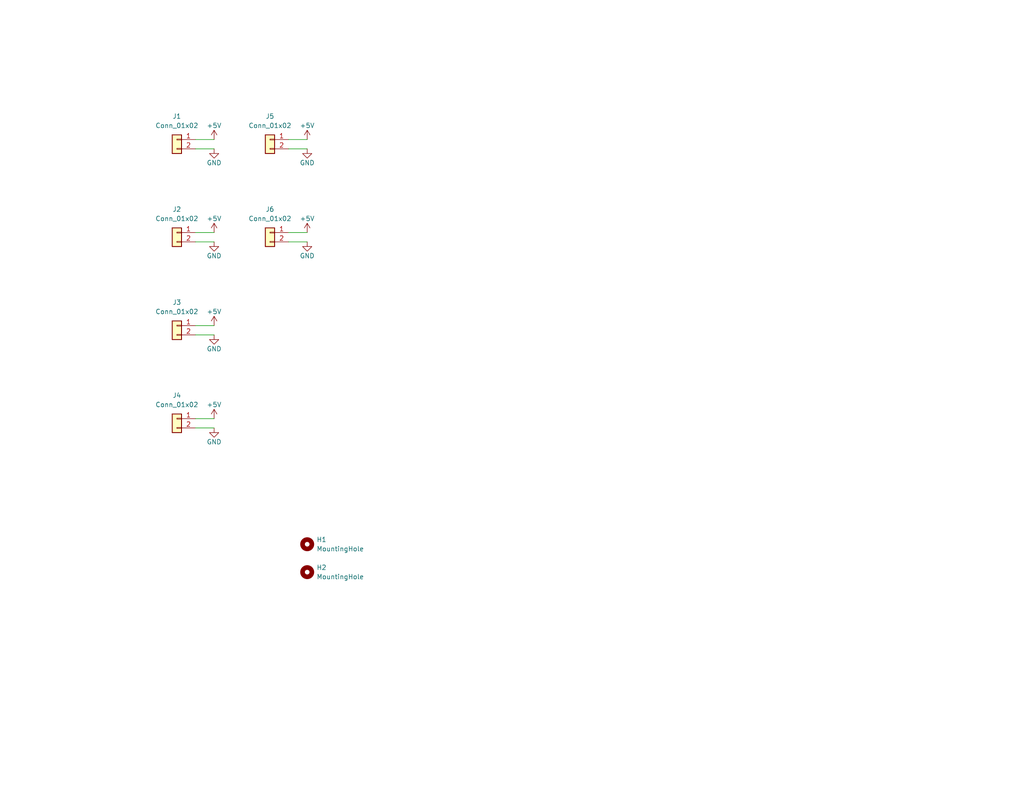
<source format=kicad_sch>
(kicad_sch (version 20211123) (generator eeschema)

  (uuid e5eacc16-9c86-4399-9355-79a3b63a0e62)

  (paper "USLetter")

  (lib_symbols
    (symbol "Connector_Generic:Conn_01x02" (pin_names (offset 1.016) hide) (in_bom yes) (on_board yes)
      (property "Reference" "J" (id 0) (at 0 2.54 0)
        (effects (font (size 1.27 1.27)))
      )
      (property "Value" "Conn_01x02" (id 1) (at 0 -5.08 0)
        (effects (font (size 1.27 1.27)))
      )
      (property "Footprint" "" (id 2) (at 0 0 0)
        (effects (font (size 1.27 1.27)) hide)
      )
      (property "Datasheet" "~" (id 3) (at 0 0 0)
        (effects (font (size 1.27 1.27)) hide)
      )
      (property "ki_keywords" "connector" (id 4) (at 0 0 0)
        (effects (font (size 1.27 1.27)) hide)
      )
      (property "ki_description" "Generic connector, single row, 01x02, script generated (kicad-library-utils/schlib/autogen/connector/)" (id 5) (at 0 0 0)
        (effects (font (size 1.27 1.27)) hide)
      )
      (property "ki_fp_filters" "Connector*:*_1x??_*" (id 6) (at 0 0 0)
        (effects (font (size 1.27 1.27)) hide)
      )
      (symbol "Conn_01x02_1_1"
        (rectangle (start -1.27 -2.413) (end 0 -2.667)
          (stroke (width 0.1524) (type default) (color 0 0 0 0))
          (fill (type none))
        )
        (rectangle (start -1.27 0.127) (end 0 -0.127)
          (stroke (width 0.1524) (type default) (color 0 0 0 0))
          (fill (type none))
        )
        (rectangle (start -1.27 1.27) (end 1.27 -3.81)
          (stroke (width 0.254) (type default) (color 0 0 0 0))
          (fill (type background))
        )
        (pin passive line (at -5.08 0 0) (length 3.81)
          (name "Pin_1" (effects (font (size 1.27 1.27))))
          (number "1" (effects (font (size 1.27 1.27))))
        )
        (pin passive line (at -5.08 -2.54 0) (length 3.81)
          (name "Pin_2" (effects (font (size 1.27 1.27))))
          (number "2" (effects (font (size 1.27 1.27))))
        )
      )
    )
    (symbol "Mechanical:MountingHole" (pin_names (offset 1.016)) (in_bom yes) (on_board yes)
      (property "Reference" "H" (id 0) (at 0 5.08 0)
        (effects (font (size 1.27 1.27)))
      )
      (property "Value" "MountingHole" (id 1) (at 0 3.175 0)
        (effects (font (size 1.27 1.27)))
      )
      (property "Footprint" "" (id 2) (at 0 0 0)
        (effects (font (size 1.27 1.27)) hide)
      )
      (property "Datasheet" "~" (id 3) (at 0 0 0)
        (effects (font (size 1.27 1.27)) hide)
      )
      (property "ki_keywords" "mounting hole" (id 4) (at 0 0 0)
        (effects (font (size 1.27 1.27)) hide)
      )
      (property "ki_description" "Mounting Hole without connection" (id 5) (at 0 0 0)
        (effects (font (size 1.27 1.27)) hide)
      )
      (property "ki_fp_filters" "MountingHole*" (id 6) (at 0 0 0)
        (effects (font (size 1.27 1.27)) hide)
      )
      (symbol "MountingHole_0_1"
        (circle (center 0 0) (radius 1.27)
          (stroke (width 1.27) (type default) (color 0 0 0 0))
          (fill (type none))
        )
      )
    )
    (symbol "power:+5V" (power) (pin_names (offset 0)) (in_bom yes) (on_board yes)
      (property "Reference" "#PWR" (id 0) (at 0 -3.81 0)
        (effects (font (size 1.27 1.27)) hide)
      )
      (property "Value" "+5V" (id 1) (at 0 3.556 0)
        (effects (font (size 1.27 1.27)))
      )
      (property "Footprint" "" (id 2) (at 0 0 0)
        (effects (font (size 1.27 1.27)) hide)
      )
      (property "Datasheet" "" (id 3) (at 0 0 0)
        (effects (font (size 1.27 1.27)) hide)
      )
      (property "ki_keywords" "power-flag" (id 4) (at 0 0 0)
        (effects (font (size 1.27 1.27)) hide)
      )
      (property "ki_description" "Power symbol creates a global label with name \"+5V\"" (id 5) (at 0 0 0)
        (effects (font (size 1.27 1.27)) hide)
      )
      (symbol "+5V_0_1"
        (polyline
          (pts
            (xy -0.762 1.27)
            (xy 0 2.54)
          )
          (stroke (width 0) (type default) (color 0 0 0 0))
          (fill (type none))
        )
        (polyline
          (pts
            (xy 0 0)
            (xy 0 2.54)
          )
          (stroke (width 0) (type default) (color 0 0 0 0))
          (fill (type none))
        )
        (polyline
          (pts
            (xy 0 2.54)
            (xy 0.762 1.27)
          )
          (stroke (width 0) (type default) (color 0 0 0 0))
          (fill (type none))
        )
      )
      (symbol "+5V_1_1"
        (pin power_in line (at 0 0 90) (length 0) hide
          (name "+5V" (effects (font (size 1.27 1.27))))
          (number "1" (effects (font (size 1.27 1.27))))
        )
      )
    )
    (symbol "power:GND" (power) (pin_names (offset 0)) (in_bom yes) (on_board yes)
      (property "Reference" "#PWR" (id 0) (at 0 -6.35 0)
        (effects (font (size 1.27 1.27)) hide)
      )
      (property "Value" "GND" (id 1) (at 0 -3.81 0)
        (effects (font (size 1.27 1.27)))
      )
      (property "Footprint" "" (id 2) (at 0 0 0)
        (effects (font (size 1.27 1.27)) hide)
      )
      (property "Datasheet" "" (id 3) (at 0 0 0)
        (effects (font (size 1.27 1.27)) hide)
      )
      (property "ki_keywords" "power-flag" (id 4) (at 0 0 0)
        (effects (font (size 1.27 1.27)) hide)
      )
      (property "ki_description" "Power symbol creates a global label with name \"GND\" , ground" (id 5) (at 0 0 0)
        (effects (font (size 1.27 1.27)) hide)
      )
      (symbol "GND_0_1"
        (polyline
          (pts
            (xy 0 0)
            (xy 0 -1.27)
            (xy 1.27 -1.27)
            (xy 0 -2.54)
            (xy -1.27 -1.27)
            (xy 0 -1.27)
          )
          (stroke (width 0) (type default) (color 0 0 0 0))
          (fill (type none))
        )
      )
      (symbol "GND_1_1"
        (pin power_in line (at 0 0 270) (length 0) hide
          (name "GND" (effects (font (size 1.27 1.27))))
          (number "1" (effects (font (size 1.27 1.27))))
        )
      )
    )
  )


  (wire (pts (xy 53.34 114.3) (xy 58.42 114.3))
    (stroke (width 0) (type default) (color 0 0 0 0))
    (uuid 0c80c785-449a-4cc0-a2e1-c8bb180e2027)
  )
  (wire (pts (xy 53.34 63.5) (xy 58.42 63.5))
    (stroke (width 0) (type default) (color 0 0 0 0))
    (uuid 0e8526f1-505e-46a1-81f4-28ac00cb1ebb)
  )
  (wire (pts (xy 78.74 38.1) (xy 83.82 38.1))
    (stroke (width 0) (type default) (color 0 0 0 0))
    (uuid 1b8aedde-f429-41f9-852d-510926a63c8b)
  )
  (wire (pts (xy 53.34 91.44) (xy 58.42 91.44))
    (stroke (width 0) (type default) (color 0 0 0 0))
    (uuid 356b1195-788c-4fb5-93a0-f68e67da59ff)
  )
  (wire (pts (xy 53.34 66.04) (xy 58.42 66.04))
    (stroke (width 0) (type default) (color 0 0 0 0))
    (uuid 43d41918-fccf-4f3b-82f9-c981256b70bd)
  )
  (wire (pts (xy 78.74 63.5) (xy 83.82 63.5))
    (stroke (width 0) (type default) (color 0 0 0 0))
    (uuid 6faa52ff-c10d-468e-be20-91d06249149a)
  )
  (wire (pts (xy 78.74 40.64) (xy 83.82 40.64))
    (stroke (width 0) (type default) (color 0 0 0 0))
    (uuid 860a7cb0-5e50-4b61-8340-e2d02c00bcf5)
  )
  (wire (pts (xy 78.74 66.04) (xy 83.82 66.04))
    (stroke (width 0) (type default) (color 0 0 0 0))
    (uuid 8e00434a-9545-4b66-8b5b-a06b73e0ebf1)
  )
  (wire (pts (xy 53.34 116.84) (xy 58.42 116.84))
    (stroke (width 0) (type default) (color 0 0 0 0))
    (uuid 933c7834-edd6-4042-bb05-eae15e2b4b0d)
  )
  (wire (pts (xy 53.34 38.1) (xy 58.42 38.1))
    (stroke (width 0) (type default) (color 0 0 0 0))
    (uuid d69e4cc9-79e7-47d3-97e8-7d256756c219)
  )
  (wire (pts (xy 53.34 40.64) (xy 58.42 40.64))
    (stroke (width 0) (type default) (color 0 0 0 0))
    (uuid e6ea3e86-5f89-4e55-8577-ecac0e5a87c4)
  )
  (wire (pts (xy 53.34 88.9) (xy 58.42 88.9))
    (stroke (width 0) (type default) (color 0 0 0 0))
    (uuid ffb6b7ea-c92d-44e2-9a3c-2e01f05402f6)
  )

  (symbol (lib_id "power:+5V") (at 83.82 38.1 0) (unit 1)
    (in_bom yes) (on_board yes)
    (uuid 0d031ae4-f23d-4b7b-8717-8b6a02b72151)
    (property "Reference" "#PWR09" (id 0) (at 83.82 41.91 0)
      (effects (font (size 1.27 1.27)) hide)
    )
    (property "Value" "+5V" (id 1) (at 83.82 34.29 0))
    (property "Footprint" "" (id 2) (at 83.82 38.1 0)
      (effects (font (size 1.27 1.27)) hide)
    )
    (property "Datasheet" "" (id 3) (at 83.82 38.1 0)
      (effects (font (size 1.27 1.27)) hide)
    )
    (pin "1" (uuid e7faf2b4-c3c0-4c97-b437-dfe277f5b073))
  )

  (symbol (lib_id "Mechanical:MountingHole") (at 83.82 156.21 0) (unit 1)
    (in_bom yes) (on_board yes) (fields_autoplaced)
    (uuid 1681c095-4510-4590-900e-50abda409bdf)
    (property "Reference" "H2" (id 0) (at 86.36 154.9399 0)
      (effects (font (size 1.27 1.27)) (justify left))
    )
    (property "Value" "MountingHole" (id 1) (at 86.36 157.4799 0)
      (effects (font (size 1.27 1.27)) (justify left))
    )
    (property "Footprint" "MountingHole:MountingHole_3.2mm_M3" (id 2) (at 83.82 156.21 0)
      (effects (font (size 1.27 1.27)) hide)
    )
    (property "Datasheet" "~" (id 3) (at 83.82 156.21 0)
      (effects (font (size 1.27 1.27)) hide)
    )
  )

  (symbol (lib_id "Connector_Generic:Conn_01x02") (at 48.26 114.3 0) (mirror y) (unit 1)
    (in_bom yes) (on_board yes) (fields_autoplaced)
    (uuid 27661d34-c2f3-4f23-a394-75075351490b)
    (property "Reference" "J4" (id 0) (at 48.26 107.95 0))
    (property "Value" "Conn_01x02" (id 1) (at 48.26 110.49 0))
    (property "Footprint" "TerminalBlock_Phoenix:TerminalBlock_Phoenix_MPT-0,5-2-2.54_1x02_P2.54mm_Horizontal" (id 2) (at 48.26 114.3 0)
      (effects (font (size 1.27 1.27)) hide)
    )
    (property "Datasheet" "~" (id 3) (at 48.26 114.3 0)
      (effects (font (size 1.27 1.27)) hide)
    )
    (pin "1" (uuid a2ef4ca3-0238-4672-9a50-fd1475565ee0))
    (pin "2" (uuid 70719ef7-f79c-47c3-9de8-7afe0fa2eb0b))
  )

  (symbol (lib_id "Mechanical:MountingHole") (at 83.82 148.59 0) (unit 1)
    (in_bom yes) (on_board yes) (fields_autoplaced)
    (uuid 38c7e11c-40f4-445a-91db-37cd05134817)
    (property "Reference" "H1" (id 0) (at 86.36 147.3199 0)
      (effects (font (size 1.27 1.27)) (justify left))
    )
    (property "Value" "MountingHole" (id 1) (at 86.36 149.8599 0)
      (effects (font (size 1.27 1.27)) (justify left))
    )
    (property "Footprint" "MountingHole:MountingHole_3.2mm_M3" (id 2) (at 83.82 148.59 0)
      (effects (font (size 1.27 1.27)) hide)
    )
    (property "Datasheet" "~" (id 3) (at 83.82 148.59 0)
      (effects (font (size 1.27 1.27)) hide)
    )
  )

  (symbol (lib_id "power:GND") (at 58.42 40.64 0) (unit 1)
    (in_bom yes) (on_board yes)
    (uuid 4392c2b6-8b51-4715-b8ef-61985f23d52e)
    (property "Reference" "#PWR02" (id 0) (at 58.42 46.99 0)
      (effects (font (size 1.27 1.27)) hide)
    )
    (property "Value" "GND" (id 1) (at 58.42 44.45 0))
    (property "Footprint" "" (id 2) (at 58.42 40.64 0)
      (effects (font (size 1.27 1.27)) hide)
    )
    (property "Datasheet" "" (id 3) (at 58.42 40.64 0)
      (effects (font (size 1.27 1.27)) hide)
    )
    (pin "1" (uuid 00484f94-8dc9-4b7e-809b-8457436e86d0))
  )

  (symbol (lib_id "power:GND") (at 83.82 40.64 0) (unit 1)
    (in_bom yes) (on_board yes)
    (uuid 481cf196-7eb0-44c1-9b64-18333b807bba)
    (property "Reference" "#PWR010" (id 0) (at 83.82 46.99 0)
      (effects (font (size 1.27 1.27)) hide)
    )
    (property "Value" "GND" (id 1) (at 83.82 44.45 0))
    (property "Footprint" "" (id 2) (at 83.82 40.64 0)
      (effects (font (size 1.27 1.27)) hide)
    )
    (property "Datasheet" "" (id 3) (at 83.82 40.64 0)
      (effects (font (size 1.27 1.27)) hide)
    )
    (pin "1" (uuid 05da1fd4-7b35-4517-b488-b711bfb8d6ca))
  )

  (symbol (lib_id "power:+5V") (at 58.42 88.9 0) (unit 1)
    (in_bom yes) (on_board yes)
    (uuid 4da0aa8b-b388-4358-b024-ff8709eda6fe)
    (property "Reference" "#PWR05" (id 0) (at 58.42 92.71 0)
      (effects (font (size 1.27 1.27)) hide)
    )
    (property "Value" "+5V" (id 1) (at 58.42 85.09 0))
    (property "Footprint" "" (id 2) (at 58.42 88.9 0)
      (effects (font (size 1.27 1.27)) hide)
    )
    (property "Datasheet" "" (id 3) (at 58.42 88.9 0)
      (effects (font (size 1.27 1.27)) hide)
    )
    (pin "1" (uuid 27f95787-0140-4549-b941-460e52e49fcc))
  )

  (symbol (lib_id "power:GND") (at 58.42 91.44 0) (unit 1)
    (in_bom yes) (on_board yes)
    (uuid 4dcbb401-2cbd-4a53-a2a9-aa3c089e552f)
    (property "Reference" "#PWR06" (id 0) (at 58.42 97.79 0)
      (effects (font (size 1.27 1.27)) hide)
    )
    (property "Value" "GND" (id 1) (at 58.42 95.25 0))
    (property "Footprint" "" (id 2) (at 58.42 91.44 0)
      (effects (font (size 1.27 1.27)) hide)
    )
    (property "Datasheet" "" (id 3) (at 58.42 91.44 0)
      (effects (font (size 1.27 1.27)) hide)
    )
    (pin "1" (uuid f6c1770c-32f5-4338-accb-d6c0b312c10c))
  )

  (symbol (lib_id "power:+5V") (at 58.42 63.5 0) (unit 1)
    (in_bom yes) (on_board yes)
    (uuid 4ef33f68-b3fe-4279-ab66-807da4dd9767)
    (property "Reference" "#PWR03" (id 0) (at 58.42 67.31 0)
      (effects (font (size 1.27 1.27)) hide)
    )
    (property "Value" "+5V" (id 1) (at 58.42 59.69 0))
    (property "Footprint" "" (id 2) (at 58.42 63.5 0)
      (effects (font (size 1.27 1.27)) hide)
    )
    (property "Datasheet" "" (id 3) (at 58.42 63.5 0)
      (effects (font (size 1.27 1.27)) hide)
    )
    (pin "1" (uuid d8050917-67e7-40fc-824e-d261407d8608))
  )

  (symbol (lib_id "Connector_Generic:Conn_01x02") (at 48.26 38.1 0) (mirror y) (unit 1)
    (in_bom yes) (on_board yes) (fields_autoplaced)
    (uuid 77da9ec4-0409-4111-945c-875dba7a483c)
    (property "Reference" "J1" (id 0) (at 48.26 31.75 0))
    (property "Value" "Conn_01x02" (id 1) (at 48.26 34.29 0))
    (property "Footprint" "TerminalBlock_Phoenix:TerminalBlock_Phoenix_MPT-0,5-2-2.54_1x02_P2.54mm_Horizontal" (id 2) (at 48.26 38.1 0)
      (effects (font (size 1.27 1.27)) hide)
    )
    (property "Datasheet" "~" (id 3) (at 48.26 38.1 0)
      (effects (font (size 1.27 1.27)) hide)
    )
    (pin "1" (uuid 27c14229-6f22-4ea9-af74-3397c747be17))
    (pin "2" (uuid 08021d00-38e6-4e97-a4df-665aaac79ea9))
  )

  (symbol (lib_id "Connector_Generic:Conn_01x02") (at 73.66 38.1 0) (mirror y) (unit 1)
    (in_bom yes) (on_board yes) (fields_autoplaced)
    (uuid 80350dc5-ab43-448c-99ca-c7570eb5adcb)
    (property "Reference" "J5" (id 0) (at 73.66 31.75 0))
    (property "Value" "Conn_01x02" (id 1) (at 73.66 34.29 0))
    (property "Footprint" "TerminalBlock_Phoenix:TerminalBlock_Phoenix_MPT-0,5-2-2.54_1x02_P2.54mm_Horizontal" (id 2) (at 73.66 38.1 0)
      (effects (font (size 1.27 1.27)) hide)
    )
    (property "Datasheet" "~" (id 3) (at 73.66 38.1 0)
      (effects (font (size 1.27 1.27)) hide)
    )
    (pin "1" (uuid 66552f5d-5e7e-4699-b0e7-e3cb4b6e9821))
    (pin "2" (uuid 3dfda9ad-d495-4ac9-9bcb-97f0b4ae0778))
  )

  (symbol (lib_id "Connector_Generic:Conn_01x02") (at 48.26 63.5 0) (mirror y) (unit 1)
    (in_bom yes) (on_board yes) (fields_autoplaced)
    (uuid a99737e4-7cad-457f-bca6-9afc3036bc66)
    (property "Reference" "J2" (id 0) (at 48.26 57.15 0))
    (property "Value" "Conn_01x02" (id 1) (at 48.26 59.69 0))
    (property "Footprint" "TerminalBlock_Phoenix:TerminalBlock_Phoenix_MPT-0,5-2-2.54_1x02_P2.54mm_Horizontal" (id 2) (at 48.26 63.5 0)
      (effects (font (size 1.27 1.27)) hide)
    )
    (property "Datasheet" "~" (id 3) (at 48.26 63.5 0)
      (effects (font (size 1.27 1.27)) hide)
    )
    (pin "1" (uuid 4496296a-4a29-45a9-b017-8b448727c453))
    (pin "2" (uuid 4a29901f-3415-4a34-8f01-760ff0016b67))
  )

  (symbol (lib_id "power:GND") (at 58.42 116.84 0) (unit 1)
    (in_bom yes) (on_board yes)
    (uuid ab2ac86c-301c-4797-872f-146059837c8b)
    (property "Reference" "#PWR08" (id 0) (at 58.42 123.19 0)
      (effects (font (size 1.27 1.27)) hide)
    )
    (property "Value" "GND" (id 1) (at 58.42 120.65 0))
    (property "Footprint" "" (id 2) (at 58.42 116.84 0)
      (effects (font (size 1.27 1.27)) hide)
    )
    (property "Datasheet" "" (id 3) (at 58.42 116.84 0)
      (effects (font (size 1.27 1.27)) hide)
    )
    (pin "1" (uuid 2da11021-76dc-4a7d-bcf4-3dd5ba352dd8))
  )

  (symbol (lib_id "power:+5V") (at 83.82 63.5 0) (unit 1)
    (in_bom yes) (on_board yes)
    (uuid b777f76a-5c76-4abd-89a0-2c6b5b332f76)
    (property "Reference" "#PWR011" (id 0) (at 83.82 67.31 0)
      (effects (font (size 1.27 1.27)) hide)
    )
    (property "Value" "+5V" (id 1) (at 83.82 59.69 0))
    (property "Footprint" "" (id 2) (at 83.82 63.5 0)
      (effects (font (size 1.27 1.27)) hide)
    )
    (property "Datasheet" "" (id 3) (at 83.82 63.5 0)
      (effects (font (size 1.27 1.27)) hide)
    )
    (pin "1" (uuid 507fe928-f14f-4fee-8d79-ebc4f117a85e))
  )

  (symbol (lib_id "power:GND") (at 83.82 66.04 0) (unit 1)
    (in_bom yes) (on_board yes)
    (uuid b8c9fb98-ea4c-4e28-98d8-f4c755bb4212)
    (property "Reference" "#PWR012" (id 0) (at 83.82 72.39 0)
      (effects (font (size 1.27 1.27)) hide)
    )
    (property "Value" "GND" (id 1) (at 83.82 69.85 0))
    (property "Footprint" "" (id 2) (at 83.82 66.04 0)
      (effects (font (size 1.27 1.27)) hide)
    )
    (property "Datasheet" "" (id 3) (at 83.82 66.04 0)
      (effects (font (size 1.27 1.27)) hide)
    )
    (pin "1" (uuid 7f92358d-00cc-4422-8506-d25ac7fb1b70))
  )

  (symbol (lib_id "power:GND") (at 58.42 66.04 0) (unit 1)
    (in_bom yes) (on_board yes)
    (uuid ccafee54-4706-46fe-984b-6310870a34c5)
    (property "Reference" "#PWR04" (id 0) (at 58.42 72.39 0)
      (effects (font (size 1.27 1.27)) hide)
    )
    (property "Value" "GND" (id 1) (at 58.42 69.85 0))
    (property "Footprint" "" (id 2) (at 58.42 66.04 0)
      (effects (font (size 1.27 1.27)) hide)
    )
    (property "Datasheet" "" (id 3) (at 58.42 66.04 0)
      (effects (font (size 1.27 1.27)) hide)
    )
    (pin "1" (uuid d6bd315a-5c42-44fd-8a79-5b2ec4b95c0a))
  )

  (symbol (lib_id "power:+5V") (at 58.42 114.3 0) (unit 1)
    (in_bom yes) (on_board yes)
    (uuid e1a61ed9-19e6-4fa4-a20d-930c1a921e35)
    (property "Reference" "#PWR07" (id 0) (at 58.42 118.11 0)
      (effects (font (size 1.27 1.27)) hide)
    )
    (property "Value" "+5V" (id 1) (at 58.42 110.49 0))
    (property "Footprint" "" (id 2) (at 58.42 114.3 0)
      (effects (font (size 1.27 1.27)) hide)
    )
    (property "Datasheet" "" (id 3) (at 58.42 114.3 0)
      (effects (font (size 1.27 1.27)) hide)
    )
    (pin "1" (uuid 417dfa53-adbc-4fbc-9b87-83829eea8bb6))
  )

  (symbol (lib_id "Connector_Generic:Conn_01x02") (at 48.26 88.9 0) (mirror y) (unit 1)
    (in_bom yes) (on_board yes) (fields_autoplaced)
    (uuid f2073fdd-9645-43c2-abe4-cdf9350317c0)
    (property "Reference" "J3" (id 0) (at 48.26 82.55 0))
    (property "Value" "Conn_01x02" (id 1) (at 48.26 85.09 0))
    (property "Footprint" "TerminalBlock_Phoenix:TerminalBlock_Phoenix_MPT-0,5-2-2.54_1x02_P2.54mm_Horizontal" (id 2) (at 48.26 88.9 0)
      (effects (font (size 1.27 1.27)) hide)
    )
    (property "Datasheet" "~" (id 3) (at 48.26 88.9 0)
      (effects (font (size 1.27 1.27)) hide)
    )
    (pin "1" (uuid 84b8a367-6695-4d33-b78e-c7bd0a7df121))
    (pin "2" (uuid ba19a310-29f6-4c4b-8d7f-0a437367cc01))
  )

  (symbol (lib_id "power:+5V") (at 58.42 38.1 0) (unit 1)
    (in_bom yes) (on_board yes)
    (uuid f8bfe0c6-b057-48e4-917c-95c6f6a5585a)
    (property "Reference" "#PWR01" (id 0) (at 58.42 41.91 0)
      (effects (font (size 1.27 1.27)) hide)
    )
    (property "Value" "+5V" (id 1) (at 58.42 34.29 0))
    (property "Footprint" "" (id 2) (at 58.42 38.1 0)
      (effects (font (size 1.27 1.27)) hide)
    )
    (property "Datasheet" "" (id 3) (at 58.42 38.1 0)
      (effects (font (size 1.27 1.27)) hide)
    )
    (pin "1" (uuid 13f90c9f-0fc0-4f50-99b1-f7e9c2fb8641))
  )

  (symbol (lib_id "Connector_Generic:Conn_01x02") (at 73.66 63.5 0) (mirror y) (unit 1)
    (in_bom yes) (on_board yes) (fields_autoplaced)
    (uuid fb52e207-0a3e-41d9-ae8f-db782029b987)
    (property "Reference" "J6" (id 0) (at 73.66 57.15 0))
    (property "Value" "Conn_01x02" (id 1) (at 73.66 59.69 0))
    (property "Footprint" "TerminalBlock_Phoenix:TerminalBlock_Phoenix_MPT-0,5-2-2.54_1x02_P2.54mm_Horizontal" (id 2) (at 73.66 63.5 0)
      (effects (font (size 1.27 1.27)) hide)
    )
    (property "Datasheet" "~" (id 3) (at 73.66 63.5 0)
      (effects (font (size 1.27 1.27)) hide)
    )
    (pin "1" (uuid af6a52dd-0e1d-4cbb-8dd1-2a64456b0842))
    (pin "2" (uuid 988943cc-c350-4234-805d-5f2ed2ed965c))
  )

  (sheet_instances
    (path "/" (page "1"))
  )

  (symbol_instances
    (path "/f8bfe0c6-b057-48e4-917c-95c6f6a5585a"
      (reference "#PWR01") (unit 1) (value "+5V") (footprint "")
    )
    (path "/4392c2b6-8b51-4715-b8ef-61985f23d52e"
      (reference "#PWR02") (unit 1) (value "GND") (footprint "")
    )
    (path "/4ef33f68-b3fe-4279-ab66-807da4dd9767"
      (reference "#PWR03") (unit 1) (value "+5V") (footprint "")
    )
    (path "/ccafee54-4706-46fe-984b-6310870a34c5"
      (reference "#PWR04") (unit 1) (value "GND") (footprint "")
    )
    (path "/4da0aa8b-b388-4358-b024-ff8709eda6fe"
      (reference "#PWR05") (unit 1) (value "+5V") (footprint "")
    )
    (path "/4dcbb401-2cbd-4a53-a2a9-aa3c089e552f"
      (reference "#PWR06") (unit 1) (value "GND") (footprint "")
    )
    (path "/e1a61ed9-19e6-4fa4-a20d-930c1a921e35"
      (reference "#PWR07") (unit 1) (value "+5V") (footprint "")
    )
    (path "/ab2ac86c-301c-4797-872f-146059837c8b"
      (reference "#PWR08") (unit 1) (value "GND") (footprint "")
    )
    (path "/0d031ae4-f23d-4b7b-8717-8b6a02b72151"
      (reference "#PWR09") (unit 1) (value "+5V") (footprint "")
    )
    (path "/481cf196-7eb0-44c1-9b64-18333b807bba"
      (reference "#PWR010") (unit 1) (value "GND") (footprint "")
    )
    (path "/b777f76a-5c76-4abd-89a0-2c6b5b332f76"
      (reference "#PWR011") (unit 1) (value "+5V") (footprint "")
    )
    (path "/b8c9fb98-ea4c-4e28-98d8-f4c755bb4212"
      (reference "#PWR012") (unit 1) (value "GND") (footprint "")
    )
    (path "/38c7e11c-40f4-445a-91db-37cd05134817"
      (reference "H1") (unit 1) (value "MountingHole") (footprint "MountingHole:MountingHole_3.2mm_M3")
    )
    (path "/1681c095-4510-4590-900e-50abda409bdf"
      (reference "H2") (unit 1) (value "MountingHole") (footprint "MountingHole:MountingHole_3.2mm_M3")
    )
    (path "/77da9ec4-0409-4111-945c-875dba7a483c"
      (reference "J1") (unit 1) (value "Conn_01x02") (footprint "TerminalBlock_Phoenix:TerminalBlock_Phoenix_MPT-0,5-2-2.54_1x02_P2.54mm_Horizontal")
    )
    (path "/a99737e4-7cad-457f-bca6-9afc3036bc66"
      (reference "J2") (unit 1) (value "Conn_01x02") (footprint "TerminalBlock_Phoenix:TerminalBlock_Phoenix_MPT-0,5-2-2.54_1x02_P2.54mm_Horizontal")
    )
    (path "/f2073fdd-9645-43c2-abe4-cdf9350317c0"
      (reference "J3") (unit 1) (value "Conn_01x02") (footprint "TerminalBlock_Phoenix:TerminalBlock_Phoenix_MPT-0,5-2-2.54_1x02_P2.54mm_Horizontal")
    )
    (path "/27661d34-c2f3-4f23-a394-75075351490b"
      (reference "J4") (unit 1) (value "Conn_01x02") (footprint "TerminalBlock_Phoenix:TerminalBlock_Phoenix_MPT-0,5-2-2.54_1x02_P2.54mm_Horizontal")
    )
    (path "/80350dc5-ab43-448c-99ca-c7570eb5adcb"
      (reference "J5") (unit 1) (value "Conn_01x02") (footprint "TerminalBlock_Phoenix:TerminalBlock_Phoenix_MPT-0,5-2-2.54_1x02_P2.54mm_Horizontal")
    )
    (path "/fb52e207-0a3e-41d9-ae8f-db782029b987"
      (reference "J6") (unit 1) (value "Conn_01x02") (footprint "TerminalBlock_Phoenix:TerminalBlock_Phoenix_MPT-0,5-2-2.54_1x02_P2.54mm_Horizontal")
    )
  )
)

</source>
